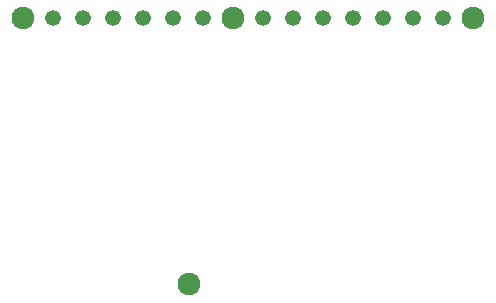
<source format=gbr>
G04 EAGLE Gerber RS-274X export*
G75*
%MOMM*%
%FSLAX34Y34*%
%LPD*%
%INSoldermask Top*%
%IPPOS*%
%AMOC8*
5,1,8,0,0,1.08239X$1,22.5*%
G01*
%ADD10C,1.327000*%
%ADD11C,1.927000*%


D10*
X50800Y228600D03*
X76200Y228600D03*
X101600Y228600D03*
X127000Y228600D03*
X152400Y228600D03*
X177800Y228600D03*
X228600Y228600D03*
X254000Y228600D03*
X279400Y228600D03*
X304800Y228600D03*
X330200Y228600D03*
X355600Y228600D03*
X381000Y228600D03*
D11*
X25400Y228600D03*
X406400Y228600D03*
X165894Y3175D03*
X203200Y228600D03*
M02*

</source>
